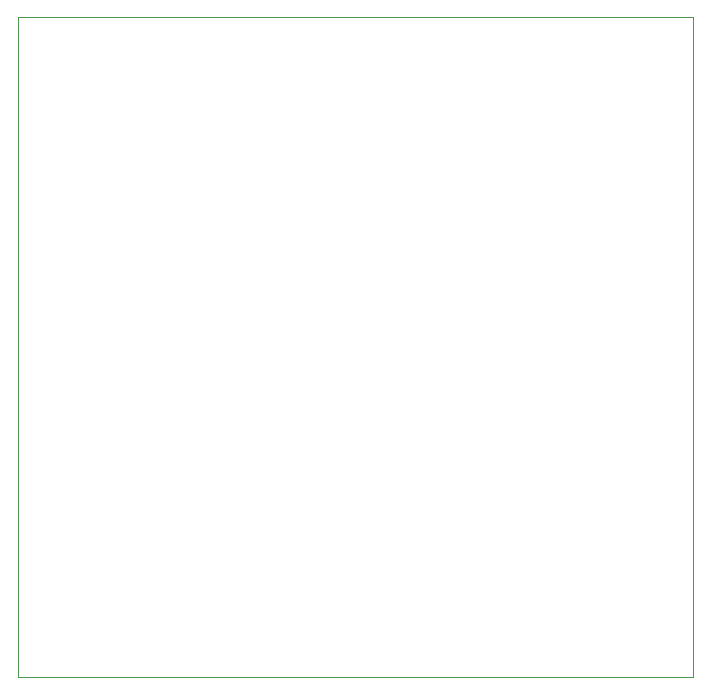
<source format=gbr>
%TF.GenerationSoftware,KiCad,Pcbnew,6.0.7-f9a2dced07~116~ubuntu20.04.1*%
%TF.CreationDate,2022-10-18T16:55:30+02:00*%
%TF.ProjectId,od-ds-fz,6f642d64-732d-4667-9a2e-6b696361645f,rev?*%
%TF.SameCoordinates,Original*%
%TF.FileFunction,Profile,NP*%
%FSLAX46Y46*%
G04 Gerber Fmt 4.6, Leading zero omitted, Abs format (unit mm)*
G04 Created by KiCad (PCBNEW 6.0.7-f9a2dced07~116~ubuntu20.04.1) date 2022-10-18 16:55:30*
%MOMM*%
%LPD*%
G01*
G04 APERTURE LIST*
%TA.AperFunction,Profile*%
%ADD10C,0.100000*%
%TD*%
G04 APERTURE END LIST*
D10*
X177165000Y-56515000D02*
X120015000Y-56515000D01*
X120015000Y-56515000D02*
X120015000Y-112395000D01*
X120015000Y-112395000D02*
X177165000Y-112395000D01*
X177165000Y-112395000D02*
X177165000Y-56515000D01*
M02*

</source>
